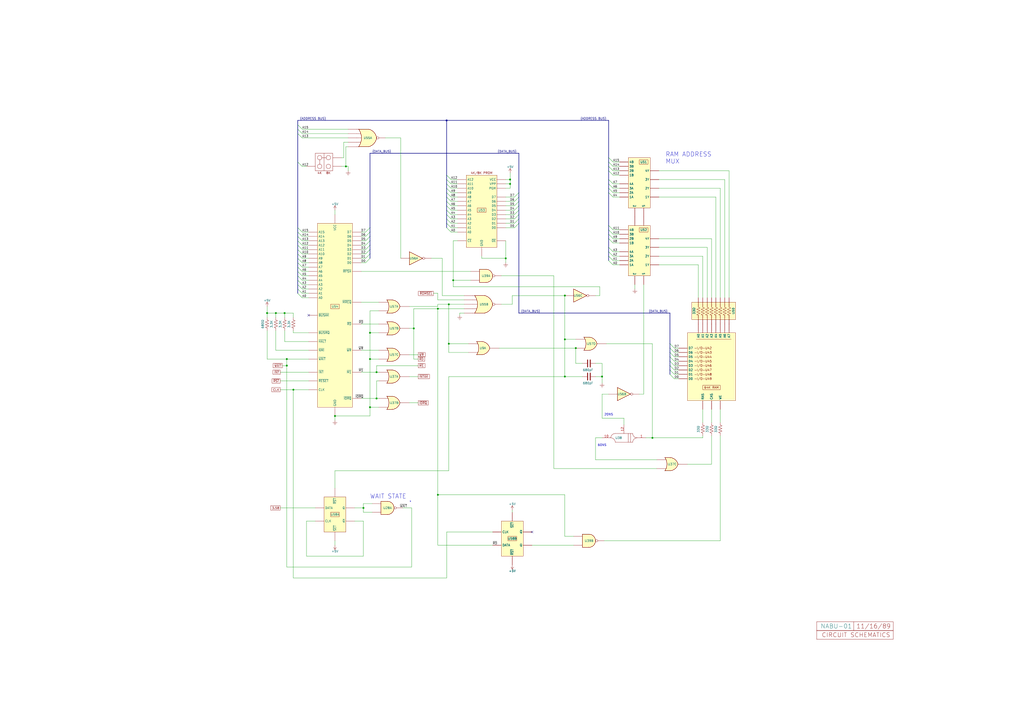
<source format=kicad_sch>
(kicad_sch (version 20211123) (generator eeschema)
  (paper "A2")
  (title_block (title "NABU PC Schematic Cover Sheet") (date "2022-12-21") (rev "11/16/89") (company "NABU Network Corporation") (comment 1 "Original Schematic by Unknown") (comment 2 "https://github.com/omega9380/Retro-Schematics") (comment 3 "Replication by Omega9380 - December 2022") (comment 4 "Source: NABU Consolidated Documentation v1.0a.pdf by starkscon"))
  (junction (at 160.02 181.61))
  (junction (at 295.91 106.68))
  (junction (at 334.01 201.93))
  (junction (at 254 287.02))
  (junction (at 260.35 176.53))
  (junction (at 170.18 226.06))
  (junction (at 378.46 254))
  (junction (at 327.66 196.85))
  (junction (at 254 179.07))
  (junction (at 260.35 199.39))
  (junction (at 166.37 208.28))
  (junction (at 218.44 231.14))
  (junction (at 295.91 104.14))
  (junction (at 210.82 294.64))
  (junction (at 200.66 96.52))
  (junction (at 349.25 218.44))
  (junction (at 194.31 241.3))
  (junction (at 154.94 181.61))
  (junction (at 327.66 171.45))
  (junction (at 218.44 215.9))
  (junction (at 214.63 208.28))
  (junction (at 259.08 69.85))
  (junction (at 166.37 212.09))
  (junction (at 214.63 193.04))
  (junction (at 262.89 162.56))
  (junction (at 214.63 236.22))
  (junction (at 327.66 218.44))
  (junction (at 165.1 181.61))
  (junction (at 240.03 190.5))
  (junction (at 293.37 149.86))
  (no_connect (at 308.61 308.61))
  (no_connect (at 179.07 182.88))
  (bus_entry (at 259.08 101.6) (size 2.54 2.54))
  (bus_entry (at 353.06 138.43) (size 2.54 2.54))
  (bus_entry (at 298.45 129.54) (size 2.54 -2.54))
  (bus_entry (at 259.08 132.08) (size 2.54 2.54))
  (bus_entry (at 172.72 157.48) (size 2.54 2.54))
  (bus_entry (at 298.45 121.92) (size 2.54 -2.54))
  (bus_entry (at 353.06 111.76) (size 2.54 2.54))
  (bus_entry (at 259.08 119.38) (size 2.54 2.54))
  (bus_entry (at 353.06 109.22) (size 2.54 2.54))
  (bus_entry (at 391.16 217.17) (size -2.54 -2.54))
  (bus_entry (at 298.45 114.3) (size 2.54 -2.54))
  (bus_entry (at 259.08 129.54) (size 2.54 2.54))
  (bus_entry (at 353.06 96.52) (size 2.54 2.54))
  (bus_entry (at 172.72 132.08) (size 2.54 2.54))
  (bus_entry (at 259.08 109.22) (size 2.54 2.54))
  (bus_entry (at 259.08 106.68) (size 2.54 2.54))
  (bus_entry (at 259.08 111.76) (size 2.54 2.54))
  (bus_entry (at 353.06 148.59) (size 2.54 2.54))
  (bus_entry (at 353.06 91.44) (size 2.54 2.54))
  (bus_entry (at 212.09 139.7) (size 2.54 -2.54))
  (bus_entry (at 353.06 146.05) (size 2.54 2.54))
  (bus_entry (at 172.72 144.78) (size 2.54 2.54))
  (bus_entry (at 353.06 104.14) (size 2.54 2.54))
  (bus_entry (at 353.06 135.89) (size 2.54 2.54))
  (bus_entry (at 172.72 139.7) (size 2.54 2.54))
  (bus_entry (at 172.72 152.4) (size 2.54 2.54))
  (bus_entry (at 212.09 152.4) (size 2.54 -2.54))
  (bus_entry (at 391.16 219.71) (size -2.54 -2.54))
  (bus_entry (at 259.08 127) (size 2.54 2.54))
  (bus_entry (at 172.72 149.86) (size 2.54 2.54))
  (bus_entry (at 298.45 119.38) (size 2.54 -2.54))
  (bus_entry (at 212.09 149.86) (size 2.54 -2.54))
  (bus_entry (at 212.09 137.16) (size 2.54 -2.54))
  (bus_entry (at 172.72 74.93) (size 2.54 2.54))
  (bus_entry (at 172.72 77.47) (size 2.54 2.54))
  (bus_entry (at 172.72 72.39) (size 2.54 2.54))
  (bus_entry (at 391.16 214.63) (size -2.54 -2.54))
  (bus_entry (at 172.72 160.02) (size 2.54 2.54))
  (bus_entry (at 353.06 133.35) (size 2.54 2.54))
  (bus_entry (at 259.08 114.3) (size 2.54 2.54))
  (bus_entry (at 298.45 132.08) (size 2.54 -2.54))
  (bus_entry (at 259.08 104.14) (size 2.54 2.54))
  (bus_entry (at 212.09 144.78) (size 2.54 -2.54))
  (bus_entry (at 172.72 137.16) (size 2.54 2.54))
  (bus_entry (at 172.72 93.98) (size 2.54 2.54))
  (bus_entry (at 391.16 204.47) (size -2.54 -2.54))
  (bus_entry (at 298.45 116.84) (size 2.54 -2.54))
  (bus_entry (at 212.09 134.62) (size 2.54 -2.54))
  (bus_entry (at 391.16 207.01) (size -2.54 -2.54))
  (bus_entry (at 172.72 162.56) (size 2.54 2.54))
  (bus_entry (at 172.72 167.64) (size 2.54 2.54))
  (bus_entry (at 353.06 130.81) (size 2.54 2.54))
  (bus_entry (at 172.72 134.62) (size 2.54 2.54))
  (bus_entry (at 353.06 143.51) (size 2.54 2.54))
  (bus_entry (at 172.72 147.32) (size 2.54 2.54))
  (bus_entry (at 259.08 124.46) (size 2.54 2.54))
  (bus_entry (at 298.45 124.46) (size 2.54 -2.54))
  (bus_entry (at 172.72 165.1) (size 2.54 2.54))
  (bus_entry (at 391.16 209.55) (size -2.54 -2.54))
  (bus_entry (at 391.16 201.93) (size -2.54 -2.54))
  (bus_entry (at 172.72 170.18) (size 2.54 2.54))
  (bus_entry (at 353.06 93.98) (size 2.54 2.54))
  (bus_entry (at 353.06 106.68) (size 2.54 2.54))
  (bus_entry (at 172.72 142.24) (size 2.54 2.54))
  (bus_entry (at 172.72 154.94) (size 2.54 2.54))
  (bus_entry (at 298.45 127) (size 2.54 -2.54))
  (bus_entry (at 353.06 151.13) (size 2.54 2.54))
  (bus_entry (at 391.16 212.09) (size -2.54 -2.54))
  (bus_entry (at 353.06 99.06) (size 2.54 2.54))
  (bus_entry (at 259.08 121.92) (size 2.54 2.54))
  (bus_entry (at 212.09 147.32) (size 2.54 -2.54))
  (bus_entry (at 259.08 116.84) (size 2.54 2.54))
  (bus_entry (at 212.09 142.24) (size 2.54 -2.54))
  (wire (pts (xy 393.7 201.93) (xy 391.16 201.93)))
  (bus (pts (xy 172.72 69.85) (xy 259.08 69.85)))
  (wire (pts (xy 209.55 215.9) (xy 218.44 215.9)))
  (wire (pts (xy 214.63 193.04) (xy 219.71 193.04)))
  (wire (pts (xy 417.83 252.73) (xy 417.83 313.69)))
  (bus (pts (xy 214.63 147.32) (xy 214.63 144.78)))
  (wire (pts (xy 215.9 297.18) (xy 210.82 297.18)))
  (wire (pts (xy 393.7 204.47) (xy 391.16 204.47)))
  (wire (pts (xy 205.74 294.64) (xy 210.82 294.64)))
  (wire (pts (xy 209.55 137.16) (xy 212.09 137.16)))
  (wire (pts (xy 260.35 199.39) (xy 260.35 176.53)))
  (wire (pts (xy 210.82 297.18) (xy 210.82 294.64)))
  (wire (pts (xy 417.83 313.69) (xy 350.52 313.69)))
  (bus (pts (xy 353.06 148.59) (xy 353.06 146.05)))
  (wire (pts (xy 285.75 316.23) (xy 254 316.23)))
  (wire (pts (xy 293.37 124.46) (xy 298.45 124.46)))
  (wire (pts (xy 355.6 133.35) (xy 359.41 133.35)))
  (bus (pts (xy 388.62 217.17) (xy 388.62 214.63)))
  (wire (pts (xy 175.26 157.48) (xy 179.07 157.48)))
  (bus (pts (xy 172.72 167.64) (xy 172.72 165.1)))
  (wire (pts (xy 175.26 144.78) (xy 179.07 144.78)))
  (bus (pts (xy 300.99 121.92) (xy 300.99 124.46)))
  (wire (pts (xy 200.66 85.09) (xy 200.66 96.52)))
  (bus (pts (xy 172.72 74.93) (xy 172.72 77.47)))
  (bus (pts (xy 300.99 119.38) (xy 300.99 121.92)))
  (wire (pts (xy 417.83 237.49) (xy 417.83 245.11)))
  (bus (pts (xy 388.62 207.01) (xy 388.62 204.47)))
  (wire (pts (xy 393.7 209.55) (xy 391.16 209.55)))
  (wire (pts (xy 199.39 82.55) (xy 201.93 82.55)))
  (bus (pts (xy 300.99 116.84) (xy 300.99 119.38)))
  (wire (pts (xy 355.6 111.76) (xy 359.41 111.76)))
  (wire (pts (xy 170.18 226.06) (xy 179.07 226.06)))
  (wire (pts (xy 412.75 252.73) (xy 412.75 269.24)))
  (wire (pts (xy 345.44 210.82) (xy 349.25 210.82)))
  (wire (pts (xy 209.55 203.2) (xy 219.71 203.2)))
  (wire (pts (xy 242.57 233.68) (xy 237.49 233.68)))
  (wire (pts (xy 240.03 179.07) (xy 240.03 190.5)))
  (wire (pts (xy 254 173.99) (xy 254 170.18)))
  (wire (pts (xy 261.62 124.46) (xy 265.43 124.46)))
  (bus (pts (xy 388.62 181.61) (xy 388.62 199.39)))
  (wire (pts (xy 293.37 139.7) (xy 293.37 149.86)))
  (bus (pts (xy 172.72 152.4) (xy 172.72 149.86)))
  (wire (pts (xy 200.66 96.52) (xy 201.93 96.52)))
  (wire (pts (xy 261.62 116.84) (xy 265.43 116.84)))
  (wire (pts (xy 293.37 116.84) (xy 298.45 116.84)))
  (wire (pts (xy 160.02 181.61) (xy 154.94 181.61)))
  (wire (pts (xy 393.7 212.09) (xy 391.16 212.09)))
  (wire (pts (xy 154.94 208.28) (xy 154.94 191.77)))
  (bus (pts (xy 353.06 93.98) (xy 353.06 96.52)))
  (wire (pts (xy 175.26 134.62) (xy 179.07 134.62)))
  (bus (pts (xy 259.08 69.85) (xy 259.08 101.6)))
  (wire (pts (xy 242.57 212.09) (xy 218.44 212.09)))
  (wire (pts (xy 175.26 96.52) (xy 177.8 96.52)))
  (wire (pts (xy 166.37 212.09) (xy 166.37 328.93)))
  (wire (pts (xy 297.18 295.91) (xy 297.18 297.18)))
  (wire (pts (xy 279.4 148.59) (xy 279.4 149.86)))
  (wire (pts (xy 259.08 308.61) (xy 259.08 335.28)))
  (bus (pts (xy 172.72 162.56) (xy 172.72 160.02)))
  (wire (pts (xy 214.63 241.3) (xy 194.31 241.3)))
  (wire (pts (xy 177.8 302.26) (xy 177.8 322.58)))
  (wire (pts (xy 295.91 106.68) (xy 295.91 104.14)))
  (wire (pts (xy 165.1 181.61) (xy 160.02 181.61)))
  (wire (pts (xy 410.21 172.72) (xy 410.21 143.51)))
  (wire (pts (xy 355.6 99.06) (xy 359.41 99.06)))
  (wire (pts (xy 295.91 109.22) (xy 295.91 106.68)))
  (bus (pts (xy 300.99 88.9) (xy 300.99 111.76)))
  (wire (pts (xy 175.26 77.47) (xy 201.93 77.47)))
  (bus (pts (xy 353.06 135.89) (xy 353.06 138.43)))
  (wire (pts (xy 237.49 177.8) (xy 254 177.8)))
  (wire (pts (xy 215.9 292.1) (xy 210.82 292.1)))
  (wire (pts (xy 194.31 243.84) (xy 194.31 241.3)))
  (bus (pts (xy 259.08 101.6) (xy 259.08 104.14)))
  (bus (pts (xy 353.06 138.43) (xy 353.06 143.51)))
  (wire (pts (xy 166.37 212.09) (xy 166.37 208.28)))
  (wire (pts (xy 293.37 119.38) (xy 298.45 119.38)))
  (wire (pts (xy 179.07 198.12) (xy 165.1 198.12)))
  (bus (pts (xy 353.06 130.81) (xy 353.06 133.35)))
  (wire (pts (xy 166.37 328.93) (xy 238.76 328.93)))
  (wire (pts (xy 261.62 111.76) (xy 265.43 111.76)))
  (wire (pts (xy 349.25 228.6) (xy 353.06 228.6)))
  (wire (pts (xy 349.25 242.57) (xy 349.25 228.6)))
  (wire (pts (xy 177.8 322.58) (xy 210.82 322.58)))
  (wire (pts (xy 405.13 153.67) (xy 405.13 172.72)))
  (wire (pts (xy 269.24 179.07) (xy 254 179.07)))
  (wire (pts (xy 254 287.02) (xy 254 316.23)))
  (bus (pts (xy 172.72 132.08) (xy 172.72 93.98)))
  (wire (pts (xy 201.93 96.52) (xy 201.93 99.06)))
  (wire (pts (xy 170.18 184.15) (xy 170.18 181.61)))
  (wire (pts (xy 262.89 166.37) (xy 262.89 162.56)))
  (wire (pts (xy 293.37 149.86) (xy 293.37 152.4)))
  (wire (pts (xy 361.95 246.38) (xy 361.95 242.57)))
  (bus (pts (xy 172.72 149.86) (xy 172.72 147.32)))
  (wire (pts (xy 327.66 171.45) (xy 327.66 196.85)))
  (wire (pts (xy 250.19 149.86) (xy 256.54 149.86)))
  (wire (pts (xy 260.35 204.47) (xy 260.35 199.39)))
  (wire (pts (xy 209.55 175.26) (xy 219.71 175.26)))
  (wire (pts (xy 209.55 147.32) (xy 212.09 147.32)))
  (wire (pts (xy 415.29 114.3) (xy 382.27 114.3)))
  (wire (pts (xy 293.37 129.54) (xy 298.45 129.54)))
  (bus (pts (xy 353.06 91.44) (xy 353.06 93.98)))
  (wire (pts (xy 218.44 231.14) (xy 218.44 220.98)))
  (wire (pts (xy 209.55 152.4) (xy 212.09 152.4)))
  (bus (pts (xy 172.72 157.48) (xy 172.72 154.94)))
  (wire (pts (xy 293.37 104.14) (xy 295.91 104.14)))
  (bus (pts (xy 353.06 69.85) (xy 353.06 91.44)))
  (wire (pts (xy 260.35 218.44) (xy 260.35 273.05)))
  (bus (pts (xy 388.62 201.93) (xy 388.62 199.39)))
  (wire (pts (xy 361.95 242.57) (xy 349.25 242.57)))
  (wire (pts (xy 261.62 106.68) (xy 265.43 106.68)))
  (wire (pts (xy 261.62 129.54) (xy 265.43 129.54)))
  (wire (pts (xy 381 266.7) (xy 345.44 266.7)))
  (wire (pts (xy 355.6 146.05) (xy 359.41 146.05)))
  (wire (pts (xy 160.02 203.2) (xy 160.02 191.77)))
  (wire (pts (xy 412.75 138.43) (xy 382.27 138.43)))
  (wire (pts (xy 154.94 177.8) (xy 154.94 181.61)))
  (wire (pts (xy 368.3 167.64) (xy 368.3 165.1)))
  (wire (pts (xy 334.01 210.82) (xy 334.01 201.93)))
  (wire (pts (xy 254 176.53) (xy 260.35 176.53)))
  (wire (pts (xy 297.18 176.53) (xy 297.18 171.45)))
  (bus (pts (xy 259.08 109.22) (xy 259.08 111.76)))
  (bus (pts (xy 259.08 127) (xy 259.08 129.54)))
  (wire (pts (xy 175.26 74.93) (xy 201.93 74.93)))
  (bus (pts (xy 353.06 111.76) (xy 353.06 130.81)))
  (wire (pts (xy 393.7 217.17) (xy 391.16 217.17)))
  (wire (pts (xy 218.44 212.09) (xy 218.44 215.9)))
  (wire (pts (xy 175.26 170.18) (xy 179.07 170.18)))
  (wire (pts (xy 194.31 273.05) (xy 194.31 283.21)))
  (wire (pts (xy 175.26 167.64) (xy 179.07 167.64)))
  (wire (pts (xy 378.46 199.39) (xy 378.46 254)))
  (wire (pts (xy 345.44 254) (xy 349.25 254)))
  (wire (pts (xy 179.07 193.04) (xy 170.18 193.04)))
  (wire (pts (xy 370.84 228.6) (xy 373.38 228.6)))
  (wire (pts (xy 175.26 152.4) (xy 179.07 152.4)))
  (wire (pts (xy 209.55 187.96) (xy 219.71 187.96)))
  (wire (pts (xy 165.1 181.61) (xy 165.1 184.15)))
  (wire (pts (xy 209.55 157.48) (xy 273.05 157.48)))
  (wire (pts (xy 162.56 294.64) (xy 182.88 294.64)))
  (wire (pts (xy 355.6 135.89) (xy 359.41 135.89)))
  (bus (pts (xy 172.72 147.32) (xy 172.72 144.78)))
  (wire (pts (xy 259.08 308.61) (xy 285.75 308.61)))
  (wire (pts (xy 295.91 104.14) (xy 295.91 100.33)))
  (wire (pts (xy 407.67 172.72) (xy 407.67 148.59)))
  (wire (pts (xy 175.26 160.02) (xy 179.07 160.02)))
  (wire (pts (xy 175.26 142.24) (xy 179.07 142.24)))
  (wire (pts (xy 165.1 198.12) (xy 165.1 191.77)))
  (bus (pts (xy 259.08 114.3) (xy 259.08 116.84)))
  (bus (pts (xy 259.08 124.46) (xy 259.08 127)))
  (bus (pts (xy 214.63 132.08) (xy 214.63 88.9)))
  (wire (pts (xy 269.24 181.61) (xy 266.7 181.61)))
  (wire (pts (xy 223.52 80.01) (xy 232.41 80.01)))
  (bus (pts (xy 300.99 129.54) (xy 300.99 181.61)))
  (wire (pts (xy 209.55 144.78) (xy 212.09 144.78)))
  (bus (pts (xy 259.08 129.54) (xy 259.08 132.08)))
  (bus (pts (xy 353.06 99.06) (xy 353.06 104.14)))
  (wire (pts (xy 417.83 109.22) (xy 417.83 172.72)))
  (wire (pts (xy 271.78 204.47) (xy 260.35 204.47)))
  (wire (pts (xy 327.66 196.85) (xy 327.66 218.44)))
  (wire (pts (xy 422.91 172.72) (xy 422.91 99.06)))
  (wire (pts (xy 355.6 153.67) (xy 359.41 153.67)))
  (wire (pts (xy 355.6 96.52) (xy 359.41 96.52)))
  (wire (pts (xy 262.89 139.7) (xy 262.89 162.56)))
  (wire (pts (xy 210.82 292.1) (xy 210.82 294.64)))
  (wire (pts (xy 201.93 85.09) (xy 200.66 85.09)))
  (wire (pts (xy 210.82 302.26) (xy 205.74 302.26)))
  (bus (pts (xy 353.06 133.35) (xy 353.06 135.89)))
  (bus (pts (xy 259.08 111.76) (xy 259.08 114.3)))
  (wire (pts (xy 209.55 139.7) (xy 212.09 139.7)))
  (wire (pts (xy 293.37 127) (xy 298.45 127)))
  (bus (pts (xy 353.06 106.68) (xy 353.06 109.22)))
  (wire (pts (xy 232.41 80.01) (xy 232.41 149.86)))
  (bus (pts (xy 214.63 144.78) (xy 214.63 142.24)))
  (bus (pts (xy 172.72 165.1) (xy 172.72 162.56)))
  (wire (pts (xy 261.62 114.3) (xy 265.43 114.3)))
  (wire (pts (xy 175.26 162.56) (xy 179.07 162.56)))
  (wire (pts (xy 166.37 208.28) (xy 154.94 208.28)))
  (bus (pts (xy 353.06 96.52) (xy 353.06 99.06)))
  (wire (pts (xy 175.26 172.72) (xy 179.07 172.72)))
  (bus (pts (xy 172.72 144.78) (xy 172.72 142.24)))
  (wire (pts (xy 265.43 139.7) (xy 262.89 139.7)))
  (wire (pts (xy 349.25 218.44) (xy 349.25 222.25)))
  (bus (pts (xy 259.08 119.38) (xy 259.08 121.92)))
  (wire (pts (xy 261.62 121.92) (xy 265.43 121.92)))
  (wire (pts (xy 175.26 139.7) (xy 179.07 139.7)))
  (bus (pts (xy 300.99 181.61) (xy 388.62 181.61)))
  (bus (pts (xy 214.63 139.7) (xy 214.63 137.16)))
  (wire (pts (xy 407.67 254) (xy 407.67 252.73)))
  (wire (pts (xy 162.56 226.06) (xy 170.18 226.06)))
  (bus (pts (xy 214.63 137.16) (xy 214.63 134.62)))
  (wire (pts (xy 347.98 166.37) (xy 262.89 166.37)))
  (wire (pts (xy 214.63 208.28) (xy 219.71 208.28)))
  (wire (pts (xy 321.31 160.02) (xy 321.31 271.78)))
  (bus (pts (xy 259.08 104.14) (xy 259.08 106.68)))
  (bus (pts (xy 172.72 77.47) (xy 172.72 93.98)))
  (wire (pts (xy 261.62 132.08) (xy 265.43 132.08)))
  (wire (pts (xy 261.62 104.14) (xy 265.43 104.14)))
  (wire (pts (xy 293.37 114.3) (xy 298.45 114.3)))
  (wire (pts (xy 407.67 148.59) (xy 382.27 148.59)))
  (wire (pts (xy 170.18 335.28) (xy 170.18 226.06)))
  (wire (pts (xy 293.37 106.68) (xy 295.91 106.68)))
  (wire (pts (xy 218.44 215.9) (xy 219.71 215.9)))
  (wire (pts (xy 290.83 160.02) (xy 321.31 160.02)))
  (wire (pts (xy 260.35 176.53) (xy 269.24 176.53)))
  (bus (pts (xy 214.63 149.86) (xy 214.63 147.32)))
  (wire (pts (xy 407.67 237.49) (xy 407.67 245.11)))
  (bus (pts (xy 300.99 111.76) (xy 300.99 114.3)))
  (wire (pts (xy 170.18 181.61) (xy 165.1 181.61)))
  (wire (pts (xy 170.18 193.04) (xy 170.18 191.77)))
  (wire (pts (xy 240.03 190.5) (xy 240.03 208.28)))
  (wire (pts (xy 240.03 208.28) (xy 242.57 208.28)))
  (bus (pts (xy 353.06 151.13) (xy 353.06 148.59)))
  (wire (pts (xy 259.08 335.28) (xy 170.18 335.28)))
  (bus (pts (xy 172.72 142.24) (xy 172.72 139.7)))
  (wire (pts (xy 209.55 149.86) (xy 212.09 149.86)))
  (wire (pts (xy 261.62 109.22) (xy 265.43 109.22)))
  (wire (pts (xy 422.91 99.06) (xy 382.27 99.06)))
  (wire (pts (xy 261.62 119.38) (xy 265.43 119.38)))
  (wire (pts (xy 219.71 180.34) (xy 214.63 180.34)))
  (wire (pts (xy 332.74 311.15) (xy 327.66 311.15)))
  (bus (pts (xy 259.08 116.84) (xy 259.08 119.38)))
  (wire (pts (xy 261.62 127) (xy 265.43 127)))
  (wire (pts (xy 345.44 218.44) (xy 349.25 218.44)))
  (wire (pts (xy 254 179.07) (xy 254 287.02)))
  (wire (pts (xy 175.26 154.94) (xy 179.07 154.94)))
  (wire (pts (xy 175.26 149.86) (xy 179.07 149.86)))
  (wire (pts (xy 175.26 137.16) (xy 179.07 137.16)))
  (wire (pts (xy 218.44 231.14) (xy 219.71 231.14)))
  (bus (pts (xy 172.72 69.85) (xy 172.72 72.39)))
  (wire (pts (xy 412.75 237.49) (xy 412.75 245.11)))
  (bus (pts (xy 214.63 134.62) (xy 214.63 132.08)))
  (bus (pts (xy 353.06 146.05) (xy 353.06 143.51)))
  (wire (pts (xy 269.24 173.99) (xy 254 173.99)))
  (wire (pts (xy 209.55 134.62) (xy 212.09 134.62)))
  (wire (pts (xy 393.7 214.63) (xy 391.16 214.63)))
  (wire (pts (xy 327.66 287.02) (xy 254 287.02)))
  (bus (pts (xy 388.62 212.09) (xy 388.62 209.55)))
  (wire (pts (xy 279.4 149.86) (xy 293.37 149.86)))
  (wire (pts (xy 308.61 316.23) (xy 332.74 316.23)))
  (wire (pts (xy 256.54 171.45) (xy 269.24 171.45)))
  (wire (pts (xy 337.82 218.44) (xy 327.66 218.44)))
  (wire (pts (xy 210.82 322.58) (xy 210.82 302.26)))
  (bus (pts (xy 259.08 121.92) (xy 259.08 124.46)))
  (bus (pts (xy 172.72 154.94) (xy 172.72 152.4)))
  (wire (pts (xy 290.83 176.53) (xy 297.18 176.53)))
  (wire (pts (xy 355.6 93.98) (xy 359.41 93.98)))
  (wire (pts (xy 355.6 148.59) (xy 359.41 148.59)))
  (wire (pts (xy 256.54 149.86) (xy 256.54 171.45)))
  (wire (pts (xy 415.29 172.72) (xy 415.29 114.3)))
  (wire (pts (xy 254 177.8) (xy 254 176.53)))
  (wire (pts (xy 327.66 218.44) (xy 260.35 218.44)))
  (wire (pts (xy 410.21 143.51) (xy 382.27 143.51)))
  (wire (pts (xy 347.98 171.45) (xy 347.98 166.37)))
  (wire (pts (xy 393.7 207.01) (xy 391.16 207.01)))
  (bus (pts (xy 172.72 160.02) (xy 172.72 157.48)))
  (bus (pts (xy 353.06 104.14) (xy 353.06 106.68)))
  (wire (pts (xy 194.31 316.23) (xy 194.31 313.69)))
  (wire (pts (xy 238.76 294.64) (xy 233.68 294.64)))
  (wire (pts (xy 334.01 196.85) (xy 327.66 196.85)))
  (bus (pts (xy 172.72 139.7) (xy 172.72 137.16)))
  (wire (pts (xy 214.63 208.28) (xy 214.63 236.22)))
  (wire (pts (xy 194.31 121.92) (xy 194.31 124.46)))
  (wire (pts (xy 393.7 219.71) (xy 391.16 219.71)))
  (wire (pts (xy 355.6 106.68) (xy 359.41 106.68)))
  (wire (pts (xy 327.66 311.15) (xy 327.66 287.02)))
  (bus (pts (xy 172.72 170.18) (xy 172.72 167.64)))
  (wire (pts (xy 293.37 121.92) (xy 298.45 121.92)))
  (wire (pts (xy 198.12 91.44) (xy 199.39 91.44)))
  (bus (pts (xy 300.99 124.46) (xy 300.99 127)))
  (wire (pts (xy 321.31 271.78) (xy 381 271.78)))
  (wire (pts (xy 162.56 220.98) (xy 179.07 220.98)))
  (bus (pts (xy 172.72 134.62) (xy 172.72 132.08)))
  (wire (pts (xy 398.78 269.24) (xy 412.75 269.24)))
  (wire (pts (xy 251.46 170.18) (xy 254 170.18)))
  (bus (pts (xy 214.63 88.9) (xy 300.99 88.9)))
  (bus (pts (xy 300.99 127) (xy 300.99 129.54)))
  (wire (pts (xy 209.55 231.14) (xy 218.44 231.14)))
  (wire (pts (xy 214.63 193.04) (xy 214.63 208.28)))
  (wire (pts (xy 289.56 201.93) (xy 334.01 201.93)))
  (wire (pts (xy 162.56 215.9) (xy 179.07 215.9)))
  (wire (pts (xy 199.39 91.44) (xy 199.39 82.55)))
  (bus (pts (xy 300.99 114.3) (xy 300.99 116.84)))
  (wire (pts (xy 420.37 172.72) (xy 420.37 104.14)))
  (wire (pts (xy 355.6 114.3) (xy 359.41 114.3)))
  (wire (pts (xy 382.27 153.67) (xy 405.13 153.67)))
  (wire (pts (xy 182.88 302.26) (xy 177.8 302.26)))
  (wire (pts (xy 345.44 266.7) (xy 345.44 254)))
  (wire (pts (xy 260.35 199.39) (xy 271.78 199.39)))
  (wire (pts (xy 209.55 142.24) (xy 212.09 142.24)))
  (wire (pts (xy 378.46 254) (xy 407.67 254)))
  (wire (pts (xy 382.27 109.22) (xy 417.83 109.22)))
  (wire (pts (xy 351.79 199.39) (xy 378.46 199.39)))
  (wire (pts (xy 154.94 181.61) (xy 154.94 184.15)))
  (wire (pts (xy 261.62 134.62) (xy 265.43 134.62)))
  (wire (pts (xy 214.63 180.34) (xy 214.63 193.04)))
  (wire (pts (xy 175.26 165.1) (xy 179.07 165.1)))
  (wire (pts (xy 373.38 228.6) (xy 373.38 165.1)))
  (wire (pts (xy 355.6 151.13) (xy 359.41 151.13)))
  (wire (pts (xy 262.89 162.56) (xy 273.05 162.56)))
  (wire (pts (xy 214.63 236.22) (xy 214.63 241.3)))
  (wire (pts (xy 242.57 218.44) (xy 237.49 218.44)))
  (wire (pts (xy 412.75 172.72) (xy 412.75 138.43)))
  (wire (pts (xy 198.12 96.52) (xy 200.66 96.52)))
  (bus (pts (xy 172.72 72.39) (xy 172.72 74.93)))
  (wire (pts (xy 260.35 273.05) (xy 194.31 273.05)))
  (wire (pts (xy 345.44 171.45) (xy 347.98 171.45)))
  (wire (pts (xy 238.76 328.93) (xy 238.76 294.64)))
  (wire (pts (xy 242.57 205.74) (xy 237.49 205.74)))
  (wire (pts (xy 218.44 220.98) (xy 219.71 220.98)))
  (wire (pts (xy 175.26 147.32) (xy 179.07 147.32)))
  (wire (pts (xy 355.6 138.43) (xy 359.41 138.43)))
  (wire (pts (xy 266.7 181.61) (xy 266.7 182.88)))
  (wire (pts (xy 163.83 212.09) (xy 166.37 212.09)))
  (wire (pts (xy 293.37 132.08) (xy 298.45 132.08)))
  (bus (pts (xy 259.08 69.85) (xy 353.06 69.85)))
  (wire (pts (xy 214.63 236.22) (xy 219.71 236.22)))
  (wire (pts (xy 293.37 109.22) (xy 295.91 109.22)))
  (wire (pts (xy 179.07 203.2) (xy 160.02 203.2)))
  (bus (pts (xy 388.62 204.47) (xy 388.62 201.93)))
  (wire (pts (xy 179.07 208.28) (xy 166.37 208.28)))
  (bus (pts (xy 259.08 106.68) (xy 259.08 109.22)))
  (wire (pts (xy 175.26 80.01) (xy 201.93 80.01)))
  (bus (pts (xy 172.72 137.16) (xy 172.72 134.62)))
  (wire (pts (xy 355.6 101.6) (xy 359.41 101.6)))
  (wire (pts (xy 355.6 109.22) (xy 359.41 109.22)))
  (wire (pts (xy 160.02 181.61) (xy 160.02 184.15)))
  (wire (pts (xy 374.65 254) (xy 378.46 254)))
  (wire (pts (xy 420.37 104.14) (xy 382.27 104.14)))
  (wire (pts (xy 355.6 140.97) (xy 359.41 140.97)))
  (bus (pts (xy 388.62 209.55) (xy 388.62 207.01)))
  (wire (pts (xy 254 179.07) (xy 240.03 179.07)))
  (wire (pts (xy 349.25 210.82) (xy 349.25 218.44)))
  (wire (pts (xy 337.82 210.82) (xy 334.01 210.82)))
  (wire (pts (xy 237.49 190.5) (xy 240.03 190.5)))
  (wire (pts (xy 297.18 171.45) (xy 327.66 171.45)))
  (bus (pts (xy 353.06 109.22) (xy 353.06 111.76)))
  (bus (pts (xy 214.63 142.24) (xy 214.63 139.7)))
  (bus (pts (xy 388.62 214.63) (xy 388.62 212.09)))
  (text "20NS" (at 350.52 241.3 0) (effects (font (size 1.27 1.27)) (justify left bottom)))
  (text "RAM ADDRESS\nMUX" (at 386.08 95.25 0) (effects (font (size 2.54 2.54)) (justify left bottom)))
  (text "60NS" (at 346.71 259.08 0) (effects (font (size 1.27 1.27)) (justify left bottom)))
  (text "WAIT STATE" (at 214.63 289.56 0) (effects (font (size 2.54 2.54)) (justify left bottom)))
  (text "*" (at 237.49 292.1 0) (effects (font (size 1.27 1.27)) (justify left bottom)))
  (label "D4" (at 391.16 209.55 0))
  (label "A9" (at 175.26 149.86 0))
  (label "A15" (at 175.26 74.93 0))
  (label "A6" (at 175.26 157.48 0))
  (label "A4" (at 261.62 124.46 0))
  (label "A11" (at 355.6 133.35 0))
  (label "D4" (at 298.45 121.92 180))
  (label "A4" (at 175.26 162.56 0))
  (label "A13" (at 175.26 80.01 0))
  (label "D2" (at 298.45 127 180))
  (label "D3" (at 391.16 212.09 0))
  (label "A9" (at 355.6 138.43 0))
  (label "D3" (at 212.09 144.78 180))
  (label "{DATA_BUS}" (at 387.35 181.61 180))
  (label "A6" (at 261.62 119.38 0))
  (label "D3" (at 298.45 124.46 180))
  (label "A10" (at 355.6 135.89 0))
  (label "A3" (at 175.26 165.1 0))
  (label "A2" (at 355.6 148.59 0))
  (label "A10" (at 261.62 109.22 0))
  (label "{DATA_BUS}" (at 302.26 181.61 0))
  (label "A10" (at 175.26 147.32 0))
  (label "A7" (at 261.62 116.84 0))
  (label "~{RD}" (at 285.75 316.23 0))
  (label "D2" (at 212.09 147.32 180))
  (label "A7" (at 175.26 154.94 0))
  (label "A15" (at 175.26 134.62 0))
  (label "A9" (at 261.62 111.76 0))
  (label "A13" (at 175.26 139.7 0))
  (label "A0" (at 261.62 134.62 0))
  (label "A12" (at 175.26 142.24 0))
  (label "A15" (at 355.6 93.98 0))
  (label "D0" (at 298.45 132.08 180))
  (label "A14" (at 175.26 137.16 0))
  (label "~{M1}" (at 210.82 215.9 180))
  (label "D7" (at 391.16 201.93 0))
  (label "A8" (at 355.6 140.97 0))
  (label "A5" (at 175.26 160.02 0))
  (label "D4" (at 212.09 142.24 180))
  (label "{ADDRESS BUS}" (at 351.79 69.85 180))
  (label "D7" (at 298.45 114.3 180))
  (label "D0" (at 391.16 219.71 0))
  (label "A5" (at 355.6 111.76 0))
  (label "D2" (at 391.16 214.63 0))
  (label "A1" (at 261.62 132.08 0))
  (label "A12" (at 261.62 104.14 0))
  (label "D1" (at 298.45 129.54 180))
  (label "D6" (at 298.45 116.84 180))
  (label "A2" (at 175.26 167.64 0))
  (label "A1" (at 175.26 170.18 0))
  (label "D6" (at 212.09 137.16 180))
  (label "D1" (at 391.16 217.17 0))
  (label "D6" (at 391.16 204.47 0))
  (label "A4" (at 355.6 114.3 0))
  (label "A3" (at 355.6 146.05 0))
  (label "A11" (at 175.26 144.78 0))
  (label "A8" (at 175.26 152.4 0))
  (label "A14" (at 175.26 77.47 0))
  (label "D1" (at 212.09 149.86 180))
  (label "{DATA_BUS}" (at 215.9 88.9 0))
  (label "A13" (at 355.6 99.06 0))
  (label "A11" (at 261.62 106.68 0))
  (label "A0" (at 355.6 153.67 0))
  (label "~{WAIT}" (at 236.22 294.64 180))
  (label "A0" (at 175.26 172.72 0))
  (label "~{RD}" (at 210.82 187.96 180))
  (label "{ADDRESS BUS}" (at 173.99 69.85 0))
  (label "D5" (at 298.45 119.38 180))
  (label "A7" (at 355.6 106.68 0))
  (label "A14" (at 355.6 96.52 0))
  (label "A12" (at 355.6 101.6 0))
  (label "D5" (at 212.09 139.7 180))
  (label "~{WR}" (at 210.82 203.2 180))
  (label "D0" (at 212.09 152.4 180))
  (label "A2" (at 261.62 129.54 0))
  (label "A6" (at 355.6 109.22 0))
  (label "A1" (at 355.6 151.13 0))
  (label "A5" (at 261.62 121.92 0))
  (label "A3" (at 261.62 127 0))
  (label "~{IORQ}" (at 210.82 231.14 180))
  (label "D7" (at 212.09 134.62 180))
  (label "A12" (at 175.26 96.52 0))
  (label "A8" (at 261.62 114.3 0))
  (label "D5" (at 391.16 207.01 0))
  (label "{DATA_BUS}" (at 299.72 88.9 180))
  (global_label "~{WR}" (shape passive) (at 242.57 205.74 0) (property "Intersheet References" "${INTERSHEET_REFS}" (effects hide)))
  (global_label "~{RST}" (shape passive) (at 162.56 220.98 180) (property "Intersheet References" "${INTERSHEET_REFS}" (effects hide)))
  (global_label "~{RD}" (shape passive) (at 242.57 208.28 0) (property "Intersheet References" "${INTERSHEET_REFS}" (effects hide)))
  (global_label "CLK" (shape passive) (at 162.56 226.06 180) (property "Intersheet References" "${INTERSHEET_REFS}" (effects hide)))
  (global_label "~{ROMSEL}" (shape passive) (at 251.46 170.18 180) (property "Intersheet References" "${INTERSHEET_REFS}" (effects hide)))
  (global_label "~{WAIT}" (shape passive) (at 163.83 212.09 180) (property "Intersheet References" "${INTERSHEET_REFS}" (effects hide)))
  (global_label "~{INTAK}" (shape passive) (at 242.57 218.44 0) (property "Intersheet References" "${INTERSHEET_REFS}" (effects hide)))
  (global_label "~{M1}" (shape passive) (at 242.57 212.09 0) (property "Intersheet References" "${INTERSHEET_REFS}" (effects hide)))
  (global_label "~{INT}" (shape passive) (at 162.56 215.9 180) (property "Intersheet References" "${INTERSHEET_REFS}" (effects hide)))
  (global_label "~{IORQ}" (shape passive) (at 242.57 233.68 0) (property "Intersheet References" "${INTERSHEET_REFS}" (effects hide)))
  (global_label "3.58" (shape passive) (at 162.56 294.64 180) (property "Intersheet References" "${INTERSHEET_REFS}" (effects hide)))
  (symbol (lib_id "power:Earth") (at 368.3 167.64 0) (unit 1)
    (property "Reference" "#PWR012" (effects hide))
    (property "Value" "Earth" (effects hide))
  )
  (symbol (lib_id "NABU:LS157_(U51)") (at 364.49 91.44 0) (unit 1)
    (property "Reference" "U51" (at 373.38 93.98 0))
    (property "Value" "LS157_(U51)" (effects hide))
  )
  (symbol (lib_id "NABU:LS32") (at 388.62 269.24 0) (unit 3)
    (property "Reference" "U37" (at 387.35 269.24 0) (effects (justify left)))
    (property "Value" "LS32" (effects hide))
  )
  (symbol (lib_id "Device:R_US") (at 407.67 248.92 0) (unit 1)
    (property "Reference" "R5" (effects hide))
    (property "Value" "33Ω" (at 405.13 248.92 90))
  )
  (symbol (lib_id "power:Earth") (at 201.93 99.06 0) (unit 1)
    (property "Reference" "#PWR05" (effects hide))
    (property "Value" "Earth" (effects hide))
  )
  (symbol (lib_id "power:+5V") (at 154.94 177.8 0) (unit 1)
    (property "Reference" "#PWR01" (effects hide))
    (property "Value" "+5V" (at 154.94 174.244 0))
  )
  (symbol (lib_id "NABU:LS32") (at 227.33 233.68 0) (unit 2)
    (property "Reference" "U37" (at 226.06 233.68 0) (effects (justify left)))
    (property "Value" "LS32" (effects hide))
  )
  (symbol (lib_id "Device:R_US") (at 165.1 187.96 0) (unit 1)
    (property "Reference" "R3" (effects hide))
    (property "Value" "3.3K" (at 162.56 187.96 90))
  )
  (symbol (lib_id "power:Earth") (at 293.37 152.4 0) (unit 1)
    (property "Reference" "#PWR07" (effects hide))
    (property "Value" "Earth" (effects hide))
  )
  (symbol (lib_id "NABU:Z80") (at 184.15 129.54 0) (unit 1)
    (property "Reference" "U54" (at 194.31 177.8 0))
    (property "Value" "Z80" (effects hide))
  )
  (symbol (lib_id "power:Earth") (at 266.7 182.88 0) (unit 1)
    (property "Reference" "#PWR06" (effects hide))
    (property "Value" "Earth" (effects hide))
  )
  (symbol (lib_id "power:+5V") (at 297.18 295.91 0) (unit 1)
    (property "Reference" "#PWR09" (effects hide))
    (property "Value" "+5V" (at 297.18 292.354 0))
  )
  (symbol (lib_id "power:Earth") (at 194.31 243.84 0) (unit 1)
    (property "Reference" "#PWR03" (effects hide))
    (property "Value" "Earth" (effects hide))
  )
  (symbol (lib_id "NABU:PAGE") (at 473.71 360.68 0) (unit 1)
    (property "Reference" "PH1" (effects hide))
    (property "Value" "NABU-01" (at 485.14 363.22 0) (effects (font (size 2.54 2.54))))
  )
  (symbol (lib_id "NABU:LP76-57") (at 356.87 254 0) (unit 1)
    (property "Reference" "U38" (at 356.87 254 0) (effects (justify left)))
    (property "Value" "LP76-57" (effects hide))
  )
  (symbol (lib_id "NABU:2732{slash}2764") (at 270.51 101.6 0) (unit 1)
    (property "Reference" "U53" (at 279.4 121.92 0))
    (property "Value" "2732/2764" (effects hide))
  )
  (symbol (lib_id "NABU:LS00") (at 281.94 160.02 0) (unit 1)
    (property "Reference" "U39" (at 279.4 160.02 0) (effects (justify left)))
    (property "Value" "LS00" (effects hide))
  )
  (symbol (lib_id "NABU:LS74") (at 187.96 288.29 0) (unit 1)
    (property "Reference" "U58" (at 194.31 298.45 0))
    (property "Value" "LS74" (effects hide))
  )
  (symbol (lib_id "power:+5V") (at 194.31 121.92 0) (unit 1)
    (property "Reference" "#PWR02" (effects hide))
    (property "Value" "+5V" (at 194.31 118.364 0))
  )
  (symbol (lib_id "power:+5V") (at 194.31 316.23 180) (unit 1)
    (property "Reference" "#PWR04" (effects hide))
    (property "Value" "+5V" (at 194.31 319.786 0))
  )
  (symbol (lib_id "NABU:LS32") (at 227.33 177.8 0) (unit 1)
    (property "Reference" "U57" (at 226.06 177.8 0) (effects (justify left)))
    (property "Value" "LS32" (effects hide))
  )
  (symbol (lib_id "NABU:LS260") (at 213.36 80.01 0) (unit 1)
    (property "Reference" "U55" (at 210.82 80.01 0) (effects (justify left)))
    (property "Value" "LS260" (effects hide))
  )
  (symbol (lib_id "NABU:HM4864-2_(U42..U49)") (at 398.78 193.04 0) (unit 1)
    (property "Reference" "U42" (effects hide))
    (property "Value" "HM4864-2_(U42..U49)" (effects hide))
  )
  (symbol (lib_id "NABU:LS32") (at 279.4 201.93 0) (unit 1)
    (property "Reference" "U9" (at 278.13 201.93 0) (effects (justify left)))
    (property "Value" "LS32" (effects hide))
  )
  (symbol (lib_id "NABU:LS32") (at 227.33 205.74 0) (unit 3)
    (property "Reference" "U57" (at 226.06 205.74 0) (effects (justify left)))
    (property "Value" "LS32" (effects hide))
  )
  (symbol (lib_id "NABU:LS157_(U52)") (at 364.49 130.81 0) (unit 1)
    (property "Reference" "U52" (at 373.38 133.35 0))
    (property "Value" "LS157_(U52)" (effects hide))
  )
  (symbol (lib_id "Device:R_US") (at 417.83 248.92 0) (unit 1)
    (property "Reference" "R7" (effects hide))
    (property "Value" "33Ω" (at 415.29 248.92 90))
  )
  (symbol (lib_id "NABU:LS32") (at 227.33 218.44 0) (unit 1)
    (property "Reference" "U37" (at 226.06 218.44 0) (effects (justify left)))
    (property "Value" "LS32" (effects hide))
  )
  (symbol (lib_id "NABU:LS00") (at 341.63 313.69 0) (unit 2)
    (property "Reference" "U39" (at 339.09 313.69 0) (effects (justify left)))
    (property "Value" "LS00" (effects hide))
  )
  (symbol (lib_id "power:Earth") (at 349.25 222.25 0) (unit 1)
    (property "Reference" "#PWR011" (effects hide))
    (property "Value" "Earth" (effects hide))
  )
  (symbol (lib_name "LS260_1") (lib_id "NABU:LS260") (at 280.67 176.53 0) (unit 2)
    (property "Reference" "U55" (at 278.13 176.53 0) (effects (justify left)))
    (property "Value" "LS260" (effects hide))
  )
  (symbol (lib_id "NABU:33Ω_PACK") (at 401.32 175.26 0) (unit 1)
    (property "Reference" "U50" (at 425.45 180.34 90))
    (property "Value" "33Ω" (at 402.59 180.34 90))
  )
  (symbol (lib_id "NABU:LS32") (at 227.33 190.5 0) (unit 2)
    (property "Reference" "U57" (at 226.06 190.5 0) (effects (justify left)))
    (property "Value" "LS32" (effects hide))
  )
  (symbol (lib_id "NABU:LS04") (at 240.03 149.86 0) (unit 1)
    (property "Reference" "U56" (at 237.49 149.86 0) (effects (justify left)))
    (property "Value" "LS04" (effects hide))
  )
  (symbol (lib_id "NABU:4K{slash}8K_JUMPER") (at 182.88 88.9 0) (unit 1)
    (property "Reference" "J17" (effects hide))
    (property "Value" "4K/8K_JUMPER" (effects hide))
  )
  (symbol (lib_id "Device:R_US") (at 170.18 187.96 0) (unit 1)
    (property "Reference" "R4" (effects hide))
    (property "Value" "3.3K" (at 167.64 187.96 90))
  )
  (symbol (lib_id "NABU:LS04") (at 335.28 171.45 0) (unit 3)
    (property "Reference" "U56" (at 332.74 171.45 0) (effects (justify left)))
    (property "Value" "LS04" (effects hide))
  )
  (symbol (lib_id "NABU:LS32") (at 341.63 199.39 0) (unit 4)
    (property "Reference" "U57" (at 340.36 199.39 0) (effects (justify left)))
    (property "Value" "LS32" (effects hide))
  )
  (symbol (lib_id "Device:R_US") (at 412.75 248.92 0) (unit 1)
    (property "Reference" "R6" (effects hide))
    (property "Value" "33Ω" (at 410.21 248.92 90))
  )
  (symbol (lib_id "power:+5V") (at 297.18 327.66 180) (unit 1)
    (property "Reference" "#PWR010" (effects hide))
    (property "Value" "+5V" (at 297.18 331.216 0))
  )
  (symbol (lib_id "Device:C") (at 341.63 210.82 90) (unit 1)
    (property "Reference" "C1" (effects hide))
    (property "Value" "680pF" (at 344.17 214.63 90) (effects (justify left)))
  )
  (symbol (lib_id "power:+5V") (at 295.91 100.33 0) (unit 1)
    (property "Reference" "#PWR08" (effects hide))
    (property "Value" "+5V" (at 295.91 96.774 0))
  )
  (symbol (lib_id "Device:R_US") (at 154.94 187.96 0) (unit 1)
    (property "Reference" "R1" (effects hide))
    (property "Value" "680Ω" (at 152.4 187.96 90))
  )
  (symbol (lib_id "NABU:LS38") (at 224.79 294.64 0) (unit 1)
    (property "Reference" "U28" (at 222.25 294.64 0) (effects (justify left)))
    (property "Value" "LS38" (effects hide))
  )
  (symbol (lib_id "Device:R_US") (at 160.02 187.96 0) (unit 1)
    (property "Reference" "R2" (effects hide))
    (property "Value" "3.3K" (at 157.48 187.96 90))
  )
  (symbol (lib_id "Device:C") (at 341.63 218.44 90) (unit 1)
    (property "Reference" "C2" (effects hide))
    (property "Value" "680pF" (at 344.17 222.25 90) (effects (justify left)))
  )
  (symbol (lib_id "NABU:LS74") (at 290.83 322.58 0) (mirror x) (unit 2)
    (property "Reference" "U58" (at 297.18 312.42 0))
    (property "Value" "LS74" (effects hide))
  )
  (symbol (lib_id "NABU:LS04") (at 360.68 228.6 0) (unit 2)
    (property "Reference" "U56" (at 358.14 228.6 0) (effects (justify left)))
    (property "Value" "LS04" (effects hide))
  )
)
</source>
